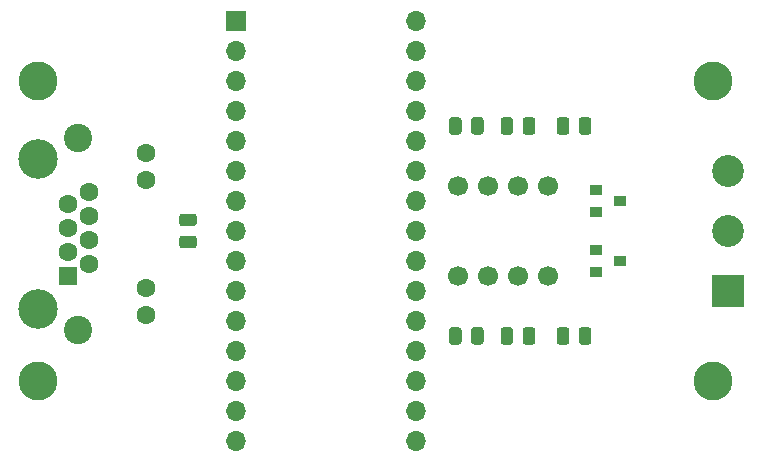
<source format=gbr>
%TF.GenerationSoftware,KiCad,Pcbnew,(5.1.6)-1*%
%TF.CreationDate,2020-09-23T17:10:44+08:00*%
%TF.ProjectId,Power Meter,506f7765-7220-44d6-9574-65722e6b6963,rev?*%
%TF.SameCoordinates,Original*%
%TF.FileFunction,Soldermask,Top*%
%TF.FilePolarity,Negative*%
%FSLAX46Y46*%
G04 Gerber Fmt 4.6, Leading zero omitted, Abs format (unit mm)*
G04 Created by KiCad (PCBNEW (5.1.6)-1) date 2020-09-23 17:10:44*
%MOMM*%
%LPD*%
G01*
G04 APERTURE LIST*
%ADD10C,3.300000*%
%ADD11O,1.700000X1.700000*%
%ADD12R,1.700000X1.700000*%
%ADD13R,1.600000X1.600000*%
%ADD14C,1.600000*%
%ADD15C,3.350000*%
%ADD16C,2.400000*%
%ADD17R,2.700000X2.700000*%
%ADD18C,2.700000*%
%ADD19R,1.000000X0.900000*%
%ADD20C,1.700200*%
G04 APERTURE END LIST*
D10*
%TO.C,M3*%
X187960000Y-80010000D03*
%TD*%
%TO.C,M3*%
X187960000Y-105410000D03*
%TD*%
%TO.C,M3*%
X130810000Y-105410000D03*
%TD*%
%TO.C,M3*%
X130810000Y-80010000D03*
%TD*%
D11*
%TO.C,A1*%
X162845000Y-110490000D03*
X147605000Y-110490000D03*
X162845000Y-74930000D03*
X147605000Y-107950000D03*
X162845000Y-77470000D03*
X147605000Y-105410000D03*
X162845000Y-80010000D03*
X147605000Y-102870000D03*
X162845000Y-82550000D03*
X147605000Y-100330000D03*
X162845000Y-85090000D03*
X147605000Y-97790000D03*
X162845000Y-87630000D03*
X147605000Y-95250000D03*
X162845000Y-90170000D03*
X147605000Y-92710000D03*
X162845000Y-92710000D03*
X147605000Y-90170000D03*
X162845000Y-95250000D03*
X147605000Y-87630000D03*
X162845000Y-97790000D03*
X147605000Y-85090000D03*
X162845000Y-100330000D03*
X147605000Y-82550000D03*
X162845000Y-102870000D03*
X147605000Y-80010000D03*
X162845000Y-105410000D03*
X147605000Y-77470000D03*
X162845000Y-107950000D03*
D12*
X147605000Y-74930000D03*
%TD*%
%TO.C,D1*%
G36*
G01*
X143028750Y-91235000D02*
X143991250Y-91235000D01*
G75*
G02*
X144260000Y-91503750I0J-268750D01*
G01*
X144260000Y-92041250D01*
G75*
G02*
X143991250Y-92310000I-268750J0D01*
G01*
X143028750Y-92310000D01*
G75*
G02*
X142760000Y-92041250I0J268750D01*
G01*
X142760000Y-91503750D01*
G75*
G02*
X143028750Y-91235000I268750J0D01*
G01*
G37*
G36*
G01*
X143028750Y-93110000D02*
X143991250Y-93110000D01*
G75*
G02*
X144260000Y-93378750I0J-268750D01*
G01*
X144260000Y-93916250D01*
G75*
G02*
X143991250Y-94185000I-268750J0D01*
G01*
X143028750Y-94185000D01*
G75*
G02*
X142760000Y-93916250I0J268750D01*
G01*
X142760000Y-93378750D01*
G75*
G02*
X143028750Y-93110000I268750J0D01*
G01*
G37*
%TD*%
D13*
%TO.C,J1*%
X133350000Y-96520000D03*
D14*
X133350000Y-94488000D03*
X133350000Y-92456000D03*
X133350000Y-90424000D03*
X135130000Y-95504000D03*
X135130000Y-93472000D03*
X135130000Y-91440000D03*
X135130000Y-89408000D03*
D15*
X130810000Y-99310000D03*
X130810000Y-86610000D03*
D16*
X134240000Y-84830000D03*
X134240000Y-101090000D03*
D14*
X139950000Y-99820000D03*
X139950000Y-97530000D03*
X139950000Y-88390000D03*
X139950000Y-86100000D03*
%TD*%
D17*
%TO.C,J2*%
X189230000Y-97790000D03*
D18*
X189230000Y-92710000D03*
X189230000Y-87630000D03*
%TD*%
D19*
%TO.C,Q1*%
X178070000Y-94300000D03*
X178070000Y-96200000D03*
X180070000Y-95250000D03*
%TD*%
%TO.C,Q2*%
X180070000Y-90170000D03*
X178070000Y-91120000D03*
X178070000Y-89220000D03*
%TD*%
%TO.C,R1*%
G36*
G01*
X165610000Y-84301250D02*
X165610000Y-83338750D01*
G75*
G02*
X165878750Y-83070000I268750J0D01*
G01*
X166416250Y-83070000D01*
G75*
G02*
X166685000Y-83338750I0J-268750D01*
G01*
X166685000Y-84301250D01*
G75*
G02*
X166416250Y-84570000I-268750J0D01*
G01*
X165878750Y-84570000D01*
G75*
G02*
X165610000Y-84301250I0J268750D01*
G01*
G37*
G36*
G01*
X167485000Y-84301250D02*
X167485000Y-83338750D01*
G75*
G02*
X167753750Y-83070000I268750J0D01*
G01*
X168291250Y-83070000D01*
G75*
G02*
X168560000Y-83338750I0J-268750D01*
G01*
X168560000Y-84301250D01*
G75*
G02*
X168291250Y-84570000I-268750J0D01*
G01*
X167753750Y-84570000D01*
G75*
G02*
X167485000Y-84301250I0J268750D01*
G01*
G37*
%TD*%
%TO.C,R2*%
G36*
G01*
X171850000Y-84301250D02*
X171850000Y-83338750D01*
G75*
G02*
X172118750Y-83070000I268750J0D01*
G01*
X172656250Y-83070000D01*
G75*
G02*
X172925000Y-83338750I0J-268750D01*
G01*
X172925000Y-84301250D01*
G75*
G02*
X172656250Y-84570000I-268750J0D01*
G01*
X172118750Y-84570000D01*
G75*
G02*
X171850000Y-84301250I0J268750D01*
G01*
G37*
G36*
G01*
X169975000Y-84301250D02*
X169975000Y-83338750D01*
G75*
G02*
X170243750Y-83070000I268750J0D01*
G01*
X170781250Y-83070000D01*
G75*
G02*
X171050000Y-83338750I0J-268750D01*
G01*
X171050000Y-84301250D01*
G75*
G02*
X170781250Y-84570000I-268750J0D01*
G01*
X170243750Y-84570000D01*
G75*
G02*
X169975000Y-84301250I0J268750D01*
G01*
G37*
%TD*%
%TO.C,R3*%
G36*
G01*
X174723000Y-84301250D02*
X174723000Y-83338750D01*
G75*
G02*
X174991750Y-83070000I268750J0D01*
G01*
X175529250Y-83070000D01*
G75*
G02*
X175798000Y-83338750I0J-268750D01*
G01*
X175798000Y-84301250D01*
G75*
G02*
X175529250Y-84570000I-268750J0D01*
G01*
X174991750Y-84570000D01*
G75*
G02*
X174723000Y-84301250I0J268750D01*
G01*
G37*
G36*
G01*
X176598000Y-84301250D02*
X176598000Y-83338750D01*
G75*
G02*
X176866750Y-83070000I268750J0D01*
G01*
X177404250Y-83070000D01*
G75*
G02*
X177673000Y-83338750I0J-268750D01*
G01*
X177673000Y-84301250D01*
G75*
G02*
X177404250Y-84570000I-268750J0D01*
G01*
X176866750Y-84570000D01*
G75*
G02*
X176598000Y-84301250I0J268750D01*
G01*
G37*
%TD*%
%TO.C,R4*%
G36*
G01*
X167485000Y-102081250D02*
X167485000Y-101118750D01*
G75*
G02*
X167753750Y-100850000I268750J0D01*
G01*
X168291250Y-100850000D01*
G75*
G02*
X168560000Y-101118750I0J-268750D01*
G01*
X168560000Y-102081250D01*
G75*
G02*
X168291250Y-102350000I-268750J0D01*
G01*
X167753750Y-102350000D01*
G75*
G02*
X167485000Y-102081250I0J268750D01*
G01*
G37*
G36*
G01*
X165610000Y-102081250D02*
X165610000Y-101118750D01*
G75*
G02*
X165878750Y-100850000I268750J0D01*
G01*
X166416250Y-100850000D01*
G75*
G02*
X166685000Y-101118750I0J-268750D01*
G01*
X166685000Y-102081250D01*
G75*
G02*
X166416250Y-102350000I-268750J0D01*
G01*
X165878750Y-102350000D01*
G75*
G02*
X165610000Y-102081250I0J268750D01*
G01*
G37*
%TD*%
%TO.C,R5*%
G36*
G01*
X171850000Y-102081250D02*
X171850000Y-101118750D01*
G75*
G02*
X172118750Y-100850000I268750J0D01*
G01*
X172656250Y-100850000D01*
G75*
G02*
X172925000Y-101118750I0J-268750D01*
G01*
X172925000Y-102081250D01*
G75*
G02*
X172656250Y-102350000I-268750J0D01*
G01*
X172118750Y-102350000D01*
G75*
G02*
X171850000Y-102081250I0J268750D01*
G01*
G37*
G36*
G01*
X169975000Y-102081250D02*
X169975000Y-101118750D01*
G75*
G02*
X170243750Y-100850000I268750J0D01*
G01*
X170781250Y-100850000D01*
G75*
G02*
X171050000Y-101118750I0J-268750D01*
G01*
X171050000Y-102081250D01*
G75*
G02*
X170781250Y-102350000I-268750J0D01*
G01*
X170243750Y-102350000D01*
G75*
G02*
X169975000Y-102081250I0J268750D01*
G01*
G37*
%TD*%
%TO.C,R6*%
G36*
G01*
X174723000Y-102081250D02*
X174723000Y-101118750D01*
G75*
G02*
X174991750Y-100850000I268750J0D01*
G01*
X175529250Y-100850000D01*
G75*
G02*
X175798000Y-101118750I0J-268750D01*
G01*
X175798000Y-102081250D01*
G75*
G02*
X175529250Y-102350000I-268750J0D01*
G01*
X174991750Y-102350000D01*
G75*
G02*
X174723000Y-102081250I0J268750D01*
G01*
G37*
G36*
G01*
X176598000Y-102081250D02*
X176598000Y-101118750D01*
G75*
G02*
X176866750Y-100850000I268750J0D01*
G01*
X177404250Y-100850000D01*
G75*
G02*
X177673000Y-101118750I0J-268750D01*
G01*
X177673000Y-102081250D01*
G75*
G02*
X177404250Y-102350000I-268750J0D01*
G01*
X176866750Y-102350000D01*
G75*
G02*
X176598000Y-102081250I0J268750D01*
G01*
G37*
%TD*%
D20*
%TO.C,U1*%
X166370000Y-96520000D03*
X168910000Y-96520000D03*
X171450000Y-96520000D03*
X173990000Y-96520000D03*
X173990000Y-88900000D03*
X171450000Y-88900000D03*
X168910000Y-88900000D03*
X166370000Y-88900000D03*
%TD*%
M02*

</source>
